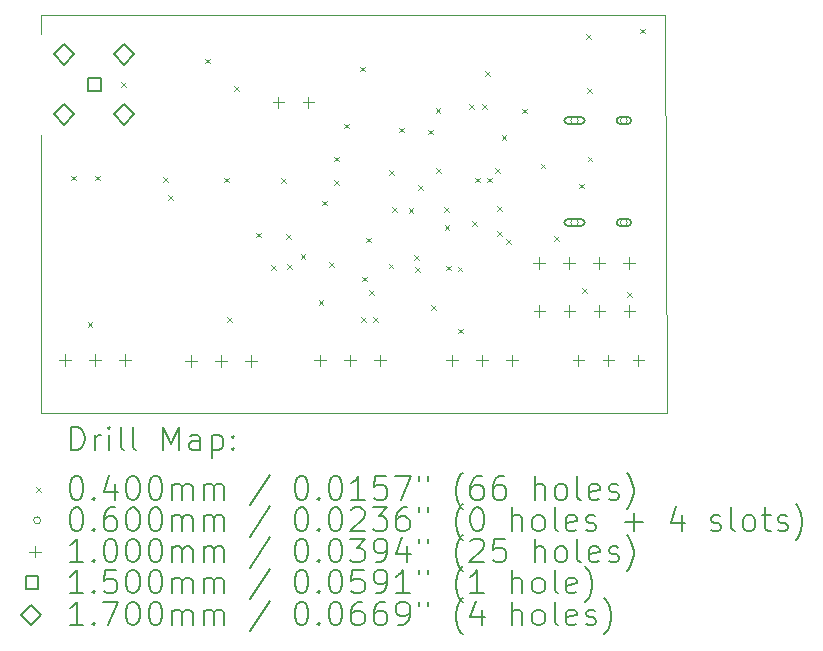
<source format=gbr>
%TF.GenerationSoftware,KiCad,Pcbnew,(6.0.7)*%
%TF.CreationDate,2022-11-19T04:13:58-05:00*%
%TF.ProjectId,picopilotv1,7069636f-7069-46c6-9f74-76312e6b6963,rev?*%
%TF.SameCoordinates,Original*%
%TF.FileFunction,Drillmap*%
%TF.FilePolarity,Positive*%
%FSLAX45Y45*%
G04 Gerber Fmt 4.5, Leading zero omitted, Abs format (unit mm)*
G04 Created by KiCad (PCBNEW (6.0.7)) date 2022-11-19 04:13:58*
%MOMM*%
%LPD*%
G01*
G04 APERTURE LIST*
%ADD10C,0.100000*%
%ADD11C,0.200000*%
%ADD12C,0.040000*%
%ADD13C,0.060000*%
%ADD14C,0.150000*%
%ADD15C,0.170000*%
G04 APERTURE END LIST*
D10*
X8585200Y-8178800D02*
X13868400Y-8178800D01*
X13878560Y-11544300D02*
X13868400Y-8178800D01*
X8585200Y-11544300D02*
X13878560Y-11544300D01*
X8585200Y-8178800D02*
X8583700Y-8333000D01*
X8583700Y-9193000D02*
X8585200Y-11544300D01*
D11*
D12*
X8839520Y-9535480D02*
X8879520Y-9575480D01*
X8879520Y-9535480D02*
X8839520Y-9575480D01*
X8976680Y-10773010D02*
X9016680Y-10813010D01*
X9016680Y-10773010D02*
X8976680Y-10813010D01*
X9042720Y-9535480D02*
X9082720Y-9575480D01*
X9082720Y-9535480D02*
X9042720Y-9575480D01*
X9261160Y-8743000D02*
X9301160Y-8783000D01*
X9301160Y-8743000D02*
X9261160Y-8783000D01*
X9615590Y-9545640D02*
X9655590Y-9585640D01*
X9655590Y-9545640D02*
X9615590Y-9585640D01*
X9657400Y-9698040D02*
X9697400Y-9738040D01*
X9697400Y-9698040D02*
X9657400Y-9738040D01*
X9972360Y-8544880D02*
X10012360Y-8584880D01*
X10012360Y-8544880D02*
X9972360Y-8584880D01*
X10129840Y-9550720D02*
X10169840Y-9590720D01*
X10169840Y-9550720D02*
X10129840Y-9590720D01*
X10155240Y-10733010D02*
X10195240Y-10773010D01*
X10195240Y-10733010D02*
X10155240Y-10773010D01*
X10216200Y-8778560D02*
X10256200Y-8818560D01*
X10256200Y-8778560D02*
X10216200Y-8818560D01*
X10404160Y-10018080D02*
X10444160Y-10058080D01*
X10444160Y-10018080D02*
X10404160Y-10058080D01*
X10531160Y-10292400D02*
X10571160Y-10332400D01*
X10571160Y-10292400D02*
X10531160Y-10332400D01*
X10612440Y-9555800D02*
X10652440Y-9595800D01*
X10652440Y-9555800D02*
X10612440Y-9595800D01*
X10658160Y-10028240D02*
X10698160Y-10068240D01*
X10698160Y-10028240D02*
X10658160Y-10068240D01*
X10664578Y-10285982D02*
X10704578Y-10325982D01*
X10704578Y-10285982D02*
X10664578Y-10325982D01*
X10780080Y-10200960D02*
X10820080Y-10240960D01*
X10820080Y-10200960D02*
X10780080Y-10240960D01*
X10932480Y-10587040D02*
X10972480Y-10627040D01*
X10972480Y-10587040D02*
X10932480Y-10627040D01*
X10961150Y-9747030D02*
X11001150Y-9787030D01*
X11001150Y-9747030D02*
X10961150Y-9787030D01*
X11020722Y-10267868D02*
X11060722Y-10307868D01*
X11060722Y-10267868D02*
X11020722Y-10307868D01*
X11064560Y-9372920D02*
X11104560Y-9412920D01*
X11104560Y-9372920D02*
X11064560Y-9412920D01*
X11064560Y-9571040D02*
X11104560Y-9611040D01*
X11104560Y-9571040D02*
X11064560Y-9611040D01*
X11145840Y-9093520D02*
X11185840Y-9133520D01*
X11185840Y-9093520D02*
X11145840Y-9133520D01*
X11283000Y-8610920D02*
X11323000Y-8650920D01*
X11323000Y-8610920D02*
X11283000Y-8650920D01*
X11293160Y-10733010D02*
X11333160Y-10773010D01*
X11333160Y-10733010D02*
X11293160Y-10773010D01*
X11303320Y-10388920D02*
X11343320Y-10428920D01*
X11343320Y-10388920D02*
X11303320Y-10428920D01*
X11333800Y-10058720D02*
X11373800Y-10098720D01*
X11373800Y-10058720D02*
X11333800Y-10098720D01*
X11359200Y-10505000D02*
X11399200Y-10545000D01*
X11399200Y-10505000D02*
X11359200Y-10545000D01*
X11394350Y-10733010D02*
X11434350Y-10773010D01*
X11434350Y-10733010D02*
X11394350Y-10773010D01*
X11524300Y-10279700D02*
X11564300Y-10319700D01*
X11564300Y-10279700D02*
X11524300Y-10319700D01*
X11531920Y-9489760D02*
X11571920Y-9529760D01*
X11571920Y-9489760D02*
X11531920Y-9529760D01*
X11555982Y-9803382D02*
X11595982Y-9843382D01*
X11595982Y-9803382D02*
X11555982Y-9843382D01*
X11613200Y-9129080D02*
X11653200Y-9169080D01*
X11653200Y-9129080D02*
X11613200Y-9169080D01*
X11694480Y-9809800D02*
X11734480Y-9849800D01*
X11734480Y-9809800D02*
X11694480Y-9849800D01*
X11742298Y-10209844D02*
X11782298Y-10249844D01*
X11782298Y-10209844D02*
X11742298Y-10249844D01*
X11751454Y-10309374D02*
X11791454Y-10349374D01*
X11791454Y-10309374D02*
X11751454Y-10349374D01*
X11773653Y-9614610D02*
X11813653Y-9654610D01*
X11813653Y-9614610D02*
X11773653Y-9654610D01*
X11862120Y-9144320D02*
X11902120Y-9184320D01*
X11902120Y-9144320D02*
X11862120Y-9184320D01*
X11882440Y-10632760D02*
X11922440Y-10672760D01*
X11922440Y-10632760D02*
X11882440Y-10672760D01*
X11923080Y-8961440D02*
X11963080Y-9001440D01*
X11963080Y-8961440D02*
X11923080Y-9001440D01*
X11928160Y-9469440D02*
X11968160Y-9509440D01*
X11968160Y-9469440D02*
X11928160Y-9509440D01*
X11994200Y-9799640D02*
X12034200Y-9839640D01*
X12034200Y-9799640D02*
X11994200Y-9839640D01*
X11999280Y-9952040D02*
X12039280Y-9992040D01*
X12039280Y-9952040D02*
X11999280Y-9992040D01*
X12009440Y-10297480D02*
X12049440Y-10337480D01*
X12049440Y-10297480D02*
X12009440Y-10337480D01*
X12109128Y-10304715D02*
X12149128Y-10344715D01*
X12149128Y-10304715D02*
X12109128Y-10344715D01*
X12116120Y-10830880D02*
X12156120Y-10870880D01*
X12156120Y-10830880D02*
X12116120Y-10870880D01*
X12207560Y-8930960D02*
X12247560Y-8970960D01*
X12247560Y-8930960D02*
X12207560Y-8970960D01*
X12232960Y-9921560D02*
X12272960Y-9961560D01*
X12272960Y-9921560D02*
X12232960Y-9961560D01*
X12258360Y-9550720D02*
X12298360Y-9590720D01*
X12298360Y-9550720D02*
X12258360Y-9590720D01*
X12314240Y-8930960D02*
X12354240Y-8970960D01*
X12354240Y-8930960D02*
X12314240Y-8970960D01*
X12344720Y-8651560D02*
X12384720Y-8691560D01*
X12384720Y-8651560D02*
X12344720Y-8691560D01*
X12358310Y-9550720D02*
X12398310Y-9590720D01*
X12398310Y-9550720D02*
X12358310Y-9590720D01*
X12427338Y-9470778D02*
X12467338Y-9510778D01*
X12467338Y-9470778D02*
X12427338Y-9510778D01*
X12441240Y-9794560D02*
X12481240Y-9834560D01*
X12481240Y-9794560D02*
X12441240Y-9834560D01*
X12446320Y-10002840D02*
X12486320Y-10042840D01*
X12486320Y-10002840D02*
X12446320Y-10042840D01*
X12481880Y-9190040D02*
X12521880Y-9230040D01*
X12521880Y-9190040D02*
X12481880Y-9230040D01*
X12516995Y-10073516D02*
X12556995Y-10113516D01*
X12556995Y-10073516D02*
X12516995Y-10113516D01*
X12654600Y-8966520D02*
X12694600Y-9006520D01*
X12694600Y-8966520D02*
X12654600Y-9006520D01*
X12812080Y-9433880D02*
X12852080Y-9473880D01*
X12852080Y-9433880D02*
X12812080Y-9473880D01*
X12923840Y-10048560D02*
X12963840Y-10088560D01*
X12963840Y-10048560D02*
X12923840Y-10088560D01*
X13137200Y-9601520D02*
X13177200Y-9641520D01*
X13177200Y-9601520D02*
X13137200Y-9641520D01*
X13162600Y-10488710D02*
X13202600Y-10528710D01*
X13202600Y-10488710D02*
X13162600Y-10528710D01*
X13198160Y-8336600D02*
X13238160Y-8376600D01*
X13238160Y-8336600D02*
X13198160Y-8376600D01*
X13203240Y-8793800D02*
X13243240Y-8833800D01*
X13243240Y-8793800D02*
X13203240Y-8833800D01*
X13209700Y-9374300D02*
X13249700Y-9414300D01*
X13249700Y-9374300D02*
X13209700Y-9414300D01*
X13543600Y-10521000D02*
X13583600Y-10561000D01*
X13583600Y-10521000D02*
X13543600Y-10561000D01*
X13655360Y-8290880D02*
X13695360Y-8330880D01*
X13695360Y-8290880D02*
X13655360Y-8330880D01*
D13*
X13128200Y-9067600D02*
G75*
G03*
X13128200Y-9067600I-30000J0D01*
G01*
D11*
X13043200Y-9097600D02*
X13153200Y-9097600D01*
X13043200Y-9037600D02*
X13153200Y-9037600D01*
X13153200Y-9097600D02*
G75*
G03*
X13153200Y-9037600I0J30000D01*
G01*
X13043200Y-9037600D02*
G75*
G03*
X13043200Y-9097600I0J-30000D01*
G01*
D13*
X13128200Y-9931600D02*
G75*
G03*
X13128200Y-9931600I-30000J0D01*
G01*
D11*
X13043200Y-9961600D02*
X13153200Y-9961600D01*
X13043200Y-9901600D02*
X13153200Y-9901600D01*
X13153200Y-9961600D02*
G75*
G03*
X13153200Y-9901600I0J30000D01*
G01*
X13043200Y-9901600D02*
G75*
G03*
X13043200Y-9961600I0J-30000D01*
G01*
D13*
X13546200Y-9067600D02*
G75*
G03*
X13546200Y-9067600I-30000J0D01*
G01*
D11*
X13486200Y-9097600D02*
X13546200Y-9097600D01*
X13486200Y-9037600D02*
X13546200Y-9037600D01*
X13546200Y-9097600D02*
G75*
G03*
X13546200Y-9037600I0J30000D01*
G01*
X13486200Y-9037600D02*
G75*
G03*
X13486200Y-9097600I0J-30000D01*
G01*
D13*
X13546200Y-9931600D02*
G75*
G03*
X13546200Y-9931600I-30000J0D01*
G01*
D11*
X13486200Y-9961600D02*
X13546200Y-9961600D01*
X13486200Y-9901600D02*
X13546200Y-9901600D01*
X13546200Y-9961600D02*
G75*
G03*
X13546200Y-9901600I0J30000D01*
G01*
X13486200Y-9901600D02*
G75*
G03*
X13486200Y-9961600I0J-30000D01*
G01*
D10*
X8786900Y-11044100D02*
X8786900Y-11144100D01*
X8736900Y-11094100D02*
X8836900Y-11094100D01*
X9040900Y-11044100D02*
X9040900Y-11144100D01*
X8990900Y-11094100D02*
X9090900Y-11094100D01*
X9294900Y-11044100D02*
X9294900Y-11144100D01*
X9244900Y-11094100D02*
X9344900Y-11094100D01*
X9853700Y-11056800D02*
X9853700Y-11156800D01*
X9803700Y-11106800D02*
X9903700Y-11106800D01*
X10107700Y-11056800D02*
X10107700Y-11156800D01*
X10057700Y-11106800D02*
X10157700Y-11106800D01*
X10361700Y-11056800D02*
X10361700Y-11156800D01*
X10311700Y-11106800D02*
X10411700Y-11106800D01*
X10591800Y-8865400D02*
X10591800Y-8965400D01*
X10541800Y-8915400D02*
X10641800Y-8915400D01*
X10845800Y-8865400D02*
X10845800Y-8965400D01*
X10795800Y-8915400D02*
X10895800Y-8915400D01*
X10945900Y-11049800D02*
X10945900Y-11149800D01*
X10895900Y-11099800D02*
X10995900Y-11099800D01*
X11199900Y-11049800D02*
X11199900Y-11149800D01*
X11149900Y-11099800D02*
X11249900Y-11099800D01*
X11453900Y-11049800D02*
X11453900Y-11149800D01*
X11403900Y-11099800D02*
X11503900Y-11099800D01*
X12063500Y-11049800D02*
X12063500Y-11149800D01*
X12013500Y-11099800D02*
X12113500Y-11099800D01*
X12317500Y-11049800D02*
X12317500Y-11149800D01*
X12267500Y-11099800D02*
X12367500Y-11099800D01*
X12571500Y-11049800D02*
X12571500Y-11149800D01*
X12521500Y-11099800D02*
X12621500Y-11099800D01*
X12800600Y-10224300D02*
X12800600Y-10324300D01*
X12750600Y-10274300D02*
X12850600Y-10274300D01*
X12801600Y-10630700D02*
X12801600Y-10730700D01*
X12751600Y-10680700D02*
X12851600Y-10680700D01*
X13054600Y-10224300D02*
X13054600Y-10324300D01*
X13004600Y-10274300D02*
X13104600Y-10274300D01*
X13055600Y-10630700D02*
X13055600Y-10730700D01*
X13005600Y-10680700D02*
X13105600Y-10680700D01*
X13131800Y-11049800D02*
X13131800Y-11149800D01*
X13081800Y-11099800D02*
X13181800Y-11099800D01*
X13308600Y-10224300D02*
X13308600Y-10324300D01*
X13258600Y-10274300D02*
X13358600Y-10274300D01*
X13309600Y-10630700D02*
X13309600Y-10730700D01*
X13259600Y-10680700D02*
X13359600Y-10680700D01*
X13385800Y-11049800D02*
X13385800Y-11149800D01*
X13335800Y-11099800D02*
X13435800Y-11099800D01*
X13562600Y-10224300D02*
X13562600Y-10324300D01*
X13512600Y-10274300D02*
X13612600Y-10274300D01*
X13563600Y-10630700D02*
X13563600Y-10730700D01*
X13513600Y-10680700D02*
X13613600Y-10680700D01*
X13639800Y-11049800D02*
X13639800Y-11149800D01*
X13589800Y-11099800D02*
X13689800Y-11099800D01*
D14*
X9086734Y-8816034D02*
X9086734Y-8709967D01*
X8980667Y-8709967D01*
X8980667Y-8816034D01*
X9086734Y-8816034D01*
D15*
X8779700Y-8594000D02*
X8864700Y-8509000D01*
X8779700Y-8424000D01*
X8694700Y-8509000D01*
X8779700Y-8594000D01*
X8779700Y-9102000D02*
X8864700Y-9017000D01*
X8779700Y-8932000D01*
X8694700Y-9017000D01*
X8779700Y-9102000D01*
X9287700Y-8594000D02*
X9372700Y-8509000D01*
X9287700Y-8424000D01*
X9202700Y-8509000D01*
X9287700Y-8594000D01*
X9287700Y-9102000D02*
X9372700Y-9017000D01*
X9287700Y-8932000D01*
X9202700Y-9017000D01*
X9287700Y-9102000D01*
D11*
X8836319Y-11859776D02*
X8836319Y-11659776D01*
X8883938Y-11659776D01*
X8912510Y-11669300D01*
X8931557Y-11688348D01*
X8941081Y-11707395D01*
X8950605Y-11745490D01*
X8950605Y-11774062D01*
X8941081Y-11812157D01*
X8931557Y-11831205D01*
X8912510Y-11850252D01*
X8883938Y-11859776D01*
X8836319Y-11859776D01*
X9036319Y-11859776D02*
X9036319Y-11726443D01*
X9036319Y-11764538D02*
X9045843Y-11745490D01*
X9055367Y-11735967D01*
X9074414Y-11726443D01*
X9093462Y-11726443D01*
X9160129Y-11859776D02*
X9160129Y-11726443D01*
X9160129Y-11659776D02*
X9150605Y-11669300D01*
X9160129Y-11678824D01*
X9169652Y-11669300D01*
X9160129Y-11659776D01*
X9160129Y-11678824D01*
X9283938Y-11859776D02*
X9264890Y-11850252D01*
X9255367Y-11831205D01*
X9255367Y-11659776D01*
X9388700Y-11859776D02*
X9369652Y-11850252D01*
X9360129Y-11831205D01*
X9360129Y-11659776D01*
X9617271Y-11859776D02*
X9617271Y-11659776D01*
X9683938Y-11802633D01*
X9750605Y-11659776D01*
X9750605Y-11859776D01*
X9931557Y-11859776D02*
X9931557Y-11755014D01*
X9922033Y-11735967D01*
X9902986Y-11726443D01*
X9864890Y-11726443D01*
X9845843Y-11735967D01*
X9931557Y-11850252D02*
X9912510Y-11859776D01*
X9864890Y-11859776D01*
X9845843Y-11850252D01*
X9836319Y-11831205D01*
X9836319Y-11812157D01*
X9845843Y-11793109D01*
X9864890Y-11783586D01*
X9912510Y-11783586D01*
X9931557Y-11774062D01*
X10026795Y-11726443D02*
X10026795Y-11926443D01*
X10026795Y-11735967D02*
X10045843Y-11726443D01*
X10083938Y-11726443D01*
X10102986Y-11735967D01*
X10112510Y-11745490D01*
X10122033Y-11764538D01*
X10122033Y-11821681D01*
X10112510Y-11840728D01*
X10102986Y-11850252D01*
X10083938Y-11859776D01*
X10045843Y-11859776D01*
X10026795Y-11850252D01*
X10207748Y-11840728D02*
X10217271Y-11850252D01*
X10207748Y-11859776D01*
X10198224Y-11850252D01*
X10207748Y-11840728D01*
X10207748Y-11859776D01*
X10207748Y-11735967D02*
X10217271Y-11745490D01*
X10207748Y-11755014D01*
X10198224Y-11745490D01*
X10207748Y-11735967D01*
X10207748Y-11755014D01*
D12*
X8538700Y-12169300D02*
X8578700Y-12209300D01*
X8578700Y-12169300D02*
X8538700Y-12209300D01*
D11*
X8874414Y-12079776D02*
X8893462Y-12079776D01*
X8912510Y-12089300D01*
X8922033Y-12098824D01*
X8931557Y-12117871D01*
X8941081Y-12155967D01*
X8941081Y-12203586D01*
X8931557Y-12241681D01*
X8922033Y-12260728D01*
X8912510Y-12270252D01*
X8893462Y-12279776D01*
X8874414Y-12279776D01*
X8855367Y-12270252D01*
X8845843Y-12260728D01*
X8836319Y-12241681D01*
X8826795Y-12203586D01*
X8826795Y-12155967D01*
X8836319Y-12117871D01*
X8845843Y-12098824D01*
X8855367Y-12089300D01*
X8874414Y-12079776D01*
X9026795Y-12260728D02*
X9036319Y-12270252D01*
X9026795Y-12279776D01*
X9017271Y-12270252D01*
X9026795Y-12260728D01*
X9026795Y-12279776D01*
X9207748Y-12146443D02*
X9207748Y-12279776D01*
X9160129Y-12070252D02*
X9112510Y-12213109D01*
X9236319Y-12213109D01*
X9350605Y-12079776D02*
X9369652Y-12079776D01*
X9388700Y-12089300D01*
X9398224Y-12098824D01*
X9407748Y-12117871D01*
X9417271Y-12155967D01*
X9417271Y-12203586D01*
X9407748Y-12241681D01*
X9398224Y-12260728D01*
X9388700Y-12270252D01*
X9369652Y-12279776D01*
X9350605Y-12279776D01*
X9331557Y-12270252D01*
X9322033Y-12260728D01*
X9312510Y-12241681D01*
X9302986Y-12203586D01*
X9302986Y-12155967D01*
X9312510Y-12117871D01*
X9322033Y-12098824D01*
X9331557Y-12089300D01*
X9350605Y-12079776D01*
X9541081Y-12079776D02*
X9560129Y-12079776D01*
X9579176Y-12089300D01*
X9588700Y-12098824D01*
X9598224Y-12117871D01*
X9607748Y-12155967D01*
X9607748Y-12203586D01*
X9598224Y-12241681D01*
X9588700Y-12260728D01*
X9579176Y-12270252D01*
X9560129Y-12279776D01*
X9541081Y-12279776D01*
X9522033Y-12270252D01*
X9512510Y-12260728D01*
X9502986Y-12241681D01*
X9493462Y-12203586D01*
X9493462Y-12155967D01*
X9502986Y-12117871D01*
X9512510Y-12098824D01*
X9522033Y-12089300D01*
X9541081Y-12079776D01*
X9693462Y-12279776D02*
X9693462Y-12146443D01*
X9693462Y-12165490D02*
X9702986Y-12155967D01*
X9722033Y-12146443D01*
X9750605Y-12146443D01*
X9769652Y-12155967D01*
X9779176Y-12175014D01*
X9779176Y-12279776D01*
X9779176Y-12175014D02*
X9788700Y-12155967D01*
X9807748Y-12146443D01*
X9836319Y-12146443D01*
X9855367Y-12155967D01*
X9864890Y-12175014D01*
X9864890Y-12279776D01*
X9960129Y-12279776D02*
X9960129Y-12146443D01*
X9960129Y-12165490D02*
X9969652Y-12155967D01*
X9988700Y-12146443D01*
X10017271Y-12146443D01*
X10036319Y-12155967D01*
X10045843Y-12175014D01*
X10045843Y-12279776D01*
X10045843Y-12175014D02*
X10055367Y-12155967D01*
X10074414Y-12146443D01*
X10102986Y-12146443D01*
X10122033Y-12155967D01*
X10131557Y-12175014D01*
X10131557Y-12279776D01*
X10522033Y-12070252D02*
X10350605Y-12327395D01*
X10779176Y-12079776D02*
X10798224Y-12079776D01*
X10817271Y-12089300D01*
X10826795Y-12098824D01*
X10836319Y-12117871D01*
X10845843Y-12155967D01*
X10845843Y-12203586D01*
X10836319Y-12241681D01*
X10826795Y-12260728D01*
X10817271Y-12270252D01*
X10798224Y-12279776D01*
X10779176Y-12279776D01*
X10760129Y-12270252D01*
X10750605Y-12260728D01*
X10741081Y-12241681D01*
X10731557Y-12203586D01*
X10731557Y-12155967D01*
X10741081Y-12117871D01*
X10750605Y-12098824D01*
X10760129Y-12089300D01*
X10779176Y-12079776D01*
X10931557Y-12260728D02*
X10941081Y-12270252D01*
X10931557Y-12279776D01*
X10922033Y-12270252D01*
X10931557Y-12260728D01*
X10931557Y-12279776D01*
X11064890Y-12079776D02*
X11083938Y-12079776D01*
X11102986Y-12089300D01*
X11112510Y-12098824D01*
X11122033Y-12117871D01*
X11131557Y-12155967D01*
X11131557Y-12203586D01*
X11122033Y-12241681D01*
X11112510Y-12260728D01*
X11102986Y-12270252D01*
X11083938Y-12279776D01*
X11064890Y-12279776D01*
X11045843Y-12270252D01*
X11036319Y-12260728D01*
X11026795Y-12241681D01*
X11017271Y-12203586D01*
X11017271Y-12155967D01*
X11026795Y-12117871D01*
X11036319Y-12098824D01*
X11045843Y-12089300D01*
X11064890Y-12079776D01*
X11322033Y-12279776D02*
X11207748Y-12279776D01*
X11264890Y-12279776D02*
X11264890Y-12079776D01*
X11245843Y-12108348D01*
X11226795Y-12127395D01*
X11207748Y-12136919D01*
X11502986Y-12079776D02*
X11407748Y-12079776D01*
X11398224Y-12175014D01*
X11407748Y-12165490D01*
X11426795Y-12155967D01*
X11474414Y-12155967D01*
X11493462Y-12165490D01*
X11502986Y-12175014D01*
X11512509Y-12194062D01*
X11512509Y-12241681D01*
X11502986Y-12260728D01*
X11493462Y-12270252D01*
X11474414Y-12279776D01*
X11426795Y-12279776D01*
X11407748Y-12270252D01*
X11398224Y-12260728D01*
X11579176Y-12079776D02*
X11712509Y-12079776D01*
X11626795Y-12279776D01*
X11779176Y-12079776D02*
X11779176Y-12117871D01*
X11855367Y-12079776D02*
X11855367Y-12117871D01*
X12150605Y-12355967D02*
X12141081Y-12346443D01*
X12122033Y-12317871D01*
X12112509Y-12298824D01*
X12102986Y-12270252D01*
X12093462Y-12222633D01*
X12093462Y-12184538D01*
X12102986Y-12136919D01*
X12112509Y-12108348D01*
X12122033Y-12089300D01*
X12141081Y-12060728D01*
X12150605Y-12051205D01*
X12312509Y-12079776D02*
X12274414Y-12079776D01*
X12255367Y-12089300D01*
X12245843Y-12098824D01*
X12226795Y-12127395D01*
X12217271Y-12165490D01*
X12217271Y-12241681D01*
X12226795Y-12260728D01*
X12236319Y-12270252D01*
X12255367Y-12279776D01*
X12293462Y-12279776D01*
X12312509Y-12270252D01*
X12322033Y-12260728D01*
X12331557Y-12241681D01*
X12331557Y-12194062D01*
X12322033Y-12175014D01*
X12312509Y-12165490D01*
X12293462Y-12155967D01*
X12255367Y-12155967D01*
X12236319Y-12165490D01*
X12226795Y-12175014D01*
X12217271Y-12194062D01*
X12502986Y-12079776D02*
X12464890Y-12079776D01*
X12445843Y-12089300D01*
X12436319Y-12098824D01*
X12417271Y-12127395D01*
X12407748Y-12165490D01*
X12407748Y-12241681D01*
X12417271Y-12260728D01*
X12426795Y-12270252D01*
X12445843Y-12279776D01*
X12483938Y-12279776D01*
X12502986Y-12270252D01*
X12512509Y-12260728D01*
X12522033Y-12241681D01*
X12522033Y-12194062D01*
X12512509Y-12175014D01*
X12502986Y-12165490D01*
X12483938Y-12155967D01*
X12445843Y-12155967D01*
X12426795Y-12165490D01*
X12417271Y-12175014D01*
X12407748Y-12194062D01*
X12760128Y-12279776D02*
X12760128Y-12079776D01*
X12845843Y-12279776D02*
X12845843Y-12175014D01*
X12836319Y-12155967D01*
X12817271Y-12146443D01*
X12788700Y-12146443D01*
X12769652Y-12155967D01*
X12760128Y-12165490D01*
X12969652Y-12279776D02*
X12950605Y-12270252D01*
X12941081Y-12260728D01*
X12931557Y-12241681D01*
X12931557Y-12184538D01*
X12941081Y-12165490D01*
X12950605Y-12155967D01*
X12969652Y-12146443D01*
X12998224Y-12146443D01*
X13017271Y-12155967D01*
X13026795Y-12165490D01*
X13036319Y-12184538D01*
X13036319Y-12241681D01*
X13026795Y-12260728D01*
X13017271Y-12270252D01*
X12998224Y-12279776D01*
X12969652Y-12279776D01*
X13150605Y-12279776D02*
X13131557Y-12270252D01*
X13122033Y-12251205D01*
X13122033Y-12079776D01*
X13302986Y-12270252D02*
X13283938Y-12279776D01*
X13245843Y-12279776D01*
X13226795Y-12270252D01*
X13217271Y-12251205D01*
X13217271Y-12175014D01*
X13226795Y-12155967D01*
X13245843Y-12146443D01*
X13283938Y-12146443D01*
X13302986Y-12155967D01*
X13312509Y-12175014D01*
X13312509Y-12194062D01*
X13217271Y-12213109D01*
X13388700Y-12270252D02*
X13407748Y-12279776D01*
X13445843Y-12279776D01*
X13464890Y-12270252D01*
X13474414Y-12251205D01*
X13474414Y-12241681D01*
X13464890Y-12222633D01*
X13445843Y-12213109D01*
X13417271Y-12213109D01*
X13398224Y-12203586D01*
X13388700Y-12184538D01*
X13388700Y-12175014D01*
X13398224Y-12155967D01*
X13417271Y-12146443D01*
X13445843Y-12146443D01*
X13464890Y-12155967D01*
X13541081Y-12355967D02*
X13550605Y-12346443D01*
X13569652Y-12317871D01*
X13579176Y-12298824D01*
X13588700Y-12270252D01*
X13598224Y-12222633D01*
X13598224Y-12184538D01*
X13588700Y-12136919D01*
X13579176Y-12108348D01*
X13569652Y-12089300D01*
X13550605Y-12060728D01*
X13541081Y-12051205D01*
D13*
X8578700Y-12453300D02*
G75*
G03*
X8578700Y-12453300I-30000J0D01*
G01*
D11*
X8874414Y-12343776D02*
X8893462Y-12343776D01*
X8912510Y-12353300D01*
X8922033Y-12362824D01*
X8931557Y-12381871D01*
X8941081Y-12419967D01*
X8941081Y-12467586D01*
X8931557Y-12505681D01*
X8922033Y-12524728D01*
X8912510Y-12534252D01*
X8893462Y-12543776D01*
X8874414Y-12543776D01*
X8855367Y-12534252D01*
X8845843Y-12524728D01*
X8836319Y-12505681D01*
X8826795Y-12467586D01*
X8826795Y-12419967D01*
X8836319Y-12381871D01*
X8845843Y-12362824D01*
X8855367Y-12353300D01*
X8874414Y-12343776D01*
X9026795Y-12524728D02*
X9036319Y-12534252D01*
X9026795Y-12543776D01*
X9017271Y-12534252D01*
X9026795Y-12524728D01*
X9026795Y-12543776D01*
X9207748Y-12343776D02*
X9169652Y-12343776D01*
X9150605Y-12353300D01*
X9141081Y-12362824D01*
X9122033Y-12391395D01*
X9112510Y-12429490D01*
X9112510Y-12505681D01*
X9122033Y-12524728D01*
X9131557Y-12534252D01*
X9150605Y-12543776D01*
X9188700Y-12543776D01*
X9207748Y-12534252D01*
X9217271Y-12524728D01*
X9226795Y-12505681D01*
X9226795Y-12458062D01*
X9217271Y-12439014D01*
X9207748Y-12429490D01*
X9188700Y-12419967D01*
X9150605Y-12419967D01*
X9131557Y-12429490D01*
X9122033Y-12439014D01*
X9112510Y-12458062D01*
X9350605Y-12343776D02*
X9369652Y-12343776D01*
X9388700Y-12353300D01*
X9398224Y-12362824D01*
X9407748Y-12381871D01*
X9417271Y-12419967D01*
X9417271Y-12467586D01*
X9407748Y-12505681D01*
X9398224Y-12524728D01*
X9388700Y-12534252D01*
X9369652Y-12543776D01*
X9350605Y-12543776D01*
X9331557Y-12534252D01*
X9322033Y-12524728D01*
X9312510Y-12505681D01*
X9302986Y-12467586D01*
X9302986Y-12419967D01*
X9312510Y-12381871D01*
X9322033Y-12362824D01*
X9331557Y-12353300D01*
X9350605Y-12343776D01*
X9541081Y-12343776D02*
X9560129Y-12343776D01*
X9579176Y-12353300D01*
X9588700Y-12362824D01*
X9598224Y-12381871D01*
X9607748Y-12419967D01*
X9607748Y-12467586D01*
X9598224Y-12505681D01*
X9588700Y-12524728D01*
X9579176Y-12534252D01*
X9560129Y-12543776D01*
X9541081Y-12543776D01*
X9522033Y-12534252D01*
X9512510Y-12524728D01*
X9502986Y-12505681D01*
X9493462Y-12467586D01*
X9493462Y-12419967D01*
X9502986Y-12381871D01*
X9512510Y-12362824D01*
X9522033Y-12353300D01*
X9541081Y-12343776D01*
X9693462Y-12543776D02*
X9693462Y-12410443D01*
X9693462Y-12429490D02*
X9702986Y-12419967D01*
X9722033Y-12410443D01*
X9750605Y-12410443D01*
X9769652Y-12419967D01*
X9779176Y-12439014D01*
X9779176Y-12543776D01*
X9779176Y-12439014D02*
X9788700Y-12419967D01*
X9807748Y-12410443D01*
X9836319Y-12410443D01*
X9855367Y-12419967D01*
X9864890Y-12439014D01*
X9864890Y-12543776D01*
X9960129Y-12543776D02*
X9960129Y-12410443D01*
X9960129Y-12429490D02*
X9969652Y-12419967D01*
X9988700Y-12410443D01*
X10017271Y-12410443D01*
X10036319Y-12419967D01*
X10045843Y-12439014D01*
X10045843Y-12543776D01*
X10045843Y-12439014D02*
X10055367Y-12419967D01*
X10074414Y-12410443D01*
X10102986Y-12410443D01*
X10122033Y-12419967D01*
X10131557Y-12439014D01*
X10131557Y-12543776D01*
X10522033Y-12334252D02*
X10350605Y-12591395D01*
X10779176Y-12343776D02*
X10798224Y-12343776D01*
X10817271Y-12353300D01*
X10826795Y-12362824D01*
X10836319Y-12381871D01*
X10845843Y-12419967D01*
X10845843Y-12467586D01*
X10836319Y-12505681D01*
X10826795Y-12524728D01*
X10817271Y-12534252D01*
X10798224Y-12543776D01*
X10779176Y-12543776D01*
X10760129Y-12534252D01*
X10750605Y-12524728D01*
X10741081Y-12505681D01*
X10731557Y-12467586D01*
X10731557Y-12419967D01*
X10741081Y-12381871D01*
X10750605Y-12362824D01*
X10760129Y-12353300D01*
X10779176Y-12343776D01*
X10931557Y-12524728D02*
X10941081Y-12534252D01*
X10931557Y-12543776D01*
X10922033Y-12534252D01*
X10931557Y-12524728D01*
X10931557Y-12543776D01*
X11064890Y-12343776D02*
X11083938Y-12343776D01*
X11102986Y-12353300D01*
X11112510Y-12362824D01*
X11122033Y-12381871D01*
X11131557Y-12419967D01*
X11131557Y-12467586D01*
X11122033Y-12505681D01*
X11112510Y-12524728D01*
X11102986Y-12534252D01*
X11083938Y-12543776D01*
X11064890Y-12543776D01*
X11045843Y-12534252D01*
X11036319Y-12524728D01*
X11026795Y-12505681D01*
X11017271Y-12467586D01*
X11017271Y-12419967D01*
X11026795Y-12381871D01*
X11036319Y-12362824D01*
X11045843Y-12353300D01*
X11064890Y-12343776D01*
X11207748Y-12362824D02*
X11217271Y-12353300D01*
X11236319Y-12343776D01*
X11283938Y-12343776D01*
X11302986Y-12353300D01*
X11312509Y-12362824D01*
X11322033Y-12381871D01*
X11322033Y-12400919D01*
X11312509Y-12429490D01*
X11198224Y-12543776D01*
X11322033Y-12543776D01*
X11388700Y-12343776D02*
X11512509Y-12343776D01*
X11445843Y-12419967D01*
X11474414Y-12419967D01*
X11493462Y-12429490D01*
X11502986Y-12439014D01*
X11512509Y-12458062D01*
X11512509Y-12505681D01*
X11502986Y-12524728D01*
X11493462Y-12534252D01*
X11474414Y-12543776D01*
X11417271Y-12543776D01*
X11398224Y-12534252D01*
X11388700Y-12524728D01*
X11683938Y-12343776D02*
X11645843Y-12343776D01*
X11626795Y-12353300D01*
X11617271Y-12362824D01*
X11598224Y-12391395D01*
X11588700Y-12429490D01*
X11588700Y-12505681D01*
X11598224Y-12524728D01*
X11607748Y-12534252D01*
X11626795Y-12543776D01*
X11664890Y-12543776D01*
X11683938Y-12534252D01*
X11693462Y-12524728D01*
X11702986Y-12505681D01*
X11702986Y-12458062D01*
X11693462Y-12439014D01*
X11683938Y-12429490D01*
X11664890Y-12419967D01*
X11626795Y-12419967D01*
X11607748Y-12429490D01*
X11598224Y-12439014D01*
X11588700Y-12458062D01*
X11779176Y-12343776D02*
X11779176Y-12381871D01*
X11855367Y-12343776D02*
X11855367Y-12381871D01*
X12150605Y-12619967D02*
X12141081Y-12610443D01*
X12122033Y-12581871D01*
X12112509Y-12562824D01*
X12102986Y-12534252D01*
X12093462Y-12486633D01*
X12093462Y-12448538D01*
X12102986Y-12400919D01*
X12112509Y-12372348D01*
X12122033Y-12353300D01*
X12141081Y-12324728D01*
X12150605Y-12315205D01*
X12264890Y-12343776D02*
X12283938Y-12343776D01*
X12302986Y-12353300D01*
X12312509Y-12362824D01*
X12322033Y-12381871D01*
X12331557Y-12419967D01*
X12331557Y-12467586D01*
X12322033Y-12505681D01*
X12312509Y-12524728D01*
X12302986Y-12534252D01*
X12283938Y-12543776D01*
X12264890Y-12543776D01*
X12245843Y-12534252D01*
X12236319Y-12524728D01*
X12226795Y-12505681D01*
X12217271Y-12467586D01*
X12217271Y-12419967D01*
X12226795Y-12381871D01*
X12236319Y-12362824D01*
X12245843Y-12353300D01*
X12264890Y-12343776D01*
X12569652Y-12543776D02*
X12569652Y-12343776D01*
X12655367Y-12543776D02*
X12655367Y-12439014D01*
X12645843Y-12419967D01*
X12626795Y-12410443D01*
X12598224Y-12410443D01*
X12579176Y-12419967D01*
X12569652Y-12429490D01*
X12779176Y-12543776D02*
X12760128Y-12534252D01*
X12750605Y-12524728D01*
X12741081Y-12505681D01*
X12741081Y-12448538D01*
X12750605Y-12429490D01*
X12760128Y-12419967D01*
X12779176Y-12410443D01*
X12807748Y-12410443D01*
X12826795Y-12419967D01*
X12836319Y-12429490D01*
X12845843Y-12448538D01*
X12845843Y-12505681D01*
X12836319Y-12524728D01*
X12826795Y-12534252D01*
X12807748Y-12543776D01*
X12779176Y-12543776D01*
X12960128Y-12543776D02*
X12941081Y-12534252D01*
X12931557Y-12515205D01*
X12931557Y-12343776D01*
X13112509Y-12534252D02*
X13093462Y-12543776D01*
X13055367Y-12543776D01*
X13036319Y-12534252D01*
X13026795Y-12515205D01*
X13026795Y-12439014D01*
X13036319Y-12419967D01*
X13055367Y-12410443D01*
X13093462Y-12410443D01*
X13112509Y-12419967D01*
X13122033Y-12439014D01*
X13122033Y-12458062D01*
X13026795Y-12477109D01*
X13198224Y-12534252D02*
X13217271Y-12543776D01*
X13255367Y-12543776D01*
X13274414Y-12534252D01*
X13283938Y-12515205D01*
X13283938Y-12505681D01*
X13274414Y-12486633D01*
X13255367Y-12477109D01*
X13226795Y-12477109D01*
X13207748Y-12467586D01*
X13198224Y-12448538D01*
X13198224Y-12439014D01*
X13207748Y-12419967D01*
X13226795Y-12410443D01*
X13255367Y-12410443D01*
X13274414Y-12419967D01*
X13522033Y-12467586D02*
X13674414Y-12467586D01*
X13598224Y-12543776D02*
X13598224Y-12391395D01*
X14007748Y-12410443D02*
X14007748Y-12543776D01*
X13960128Y-12334252D02*
X13912509Y-12477109D01*
X14036319Y-12477109D01*
X14255367Y-12534252D02*
X14274414Y-12543776D01*
X14312509Y-12543776D01*
X14331557Y-12534252D01*
X14341081Y-12515205D01*
X14341081Y-12505681D01*
X14331557Y-12486633D01*
X14312509Y-12477109D01*
X14283938Y-12477109D01*
X14264890Y-12467586D01*
X14255367Y-12448538D01*
X14255367Y-12439014D01*
X14264890Y-12419967D01*
X14283938Y-12410443D01*
X14312509Y-12410443D01*
X14331557Y-12419967D01*
X14455367Y-12543776D02*
X14436319Y-12534252D01*
X14426795Y-12515205D01*
X14426795Y-12343776D01*
X14560128Y-12543776D02*
X14541081Y-12534252D01*
X14531557Y-12524728D01*
X14522033Y-12505681D01*
X14522033Y-12448538D01*
X14531557Y-12429490D01*
X14541081Y-12419967D01*
X14560128Y-12410443D01*
X14588700Y-12410443D01*
X14607748Y-12419967D01*
X14617271Y-12429490D01*
X14626795Y-12448538D01*
X14626795Y-12505681D01*
X14617271Y-12524728D01*
X14607748Y-12534252D01*
X14588700Y-12543776D01*
X14560128Y-12543776D01*
X14683938Y-12410443D02*
X14760128Y-12410443D01*
X14712509Y-12343776D02*
X14712509Y-12515205D01*
X14722033Y-12534252D01*
X14741081Y-12543776D01*
X14760128Y-12543776D01*
X14817271Y-12534252D02*
X14836319Y-12543776D01*
X14874414Y-12543776D01*
X14893462Y-12534252D01*
X14902986Y-12515205D01*
X14902986Y-12505681D01*
X14893462Y-12486633D01*
X14874414Y-12477109D01*
X14845843Y-12477109D01*
X14826795Y-12467586D01*
X14817271Y-12448538D01*
X14817271Y-12439014D01*
X14826795Y-12419967D01*
X14845843Y-12410443D01*
X14874414Y-12410443D01*
X14893462Y-12419967D01*
X14969652Y-12619967D02*
X14979176Y-12610443D01*
X14998224Y-12581871D01*
X15007748Y-12562824D01*
X15017271Y-12534252D01*
X15026795Y-12486633D01*
X15026795Y-12448538D01*
X15017271Y-12400919D01*
X15007748Y-12372348D01*
X14998224Y-12353300D01*
X14979176Y-12324728D01*
X14969652Y-12315205D01*
D10*
X8528700Y-12667300D02*
X8528700Y-12767300D01*
X8478700Y-12717300D02*
X8578700Y-12717300D01*
D11*
X8941081Y-12807776D02*
X8826795Y-12807776D01*
X8883938Y-12807776D02*
X8883938Y-12607776D01*
X8864890Y-12636348D01*
X8845843Y-12655395D01*
X8826795Y-12664919D01*
X9026795Y-12788728D02*
X9036319Y-12798252D01*
X9026795Y-12807776D01*
X9017271Y-12798252D01*
X9026795Y-12788728D01*
X9026795Y-12807776D01*
X9160129Y-12607776D02*
X9179176Y-12607776D01*
X9198224Y-12617300D01*
X9207748Y-12626824D01*
X9217271Y-12645871D01*
X9226795Y-12683967D01*
X9226795Y-12731586D01*
X9217271Y-12769681D01*
X9207748Y-12788728D01*
X9198224Y-12798252D01*
X9179176Y-12807776D01*
X9160129Y-12807776D01*
X9141081Y-12798252D01*
X9131557Y-12788728D01*
X9122033Y-12769681D01*
X9112510Y-12731586D01*
X9112510Y-12683967D01*
X9122033Y-12645871D01*
X9131557Y-12626824D01*
X9141081Y-12617300D01*
X9160129Y-12607776D01*
X9350605Y-12607776D02*
X9369652Y-12607776D01*
X9388700Y-12617300D01*
X9398224Y-12626824D01*
X9407748Y-12645871D01*
X9417271Y-12683967D01*
X9417271Y-12731586D01*
X9407748Y-12769681D01*
X9398224Y-12788728D01*
X9388700Y-12798252D01*
X9369652Y-12807776D01*
X9350605Y-12807776D01*
X9331557Y-12798252D01*
X9322033Y-12788728D01*
X9312510Y-12769681D01*
X9302986Y-12731586D01*
X9302986Y-12683967D01*
X9312510Y-12645871D01*
X9322033Y-12626824D01*
X9331557Y-12617300D01*
X9350605Y-12607776D01*
X9541081Y-12607776D02*
X9560129Y-12607776D01*
X9579176Y-12617300D01*
X9588700Y-12626824D01*
X9598224Y-12645871D01*
X9607748Y-12683967D01*
X9607748Y-12731586D01*
X9598224Y-12769681D01*
X9588700Y-12788728D01*
X9579176Y-12798252D01*
X9560129Y-12807776D01*
X9541081Y-12807776D01*
X9522033Y-12798252D01*
X9512510Y-12788728D01*
X9502986Y-12769681D01*
X9493462Y-12731586D01*
X9493462Y-12683967D01*
X9502986Y-12645871D01*
X9512510Y-12626824D01*
X9522033Y-12617300D01*
X9541081Y-12607776D01*
X9693462Y-12807776D02*
X9693462Y-12674443D01*
X9693462Y-12693490D02*
X9702986Y-12683967D01*
X9722033Y-12674443D01*
X9750605Y-12674443D01*
X9769652Y-12683967D01*
X9779176Y-12703014D01*
X9779176Y-12807776D01*
X9779176Y-12703014D02*
X9788700Y-12683967D01*
X9807748Y-12674443D01*
X9836319Y-12674443D01*
X9855367Y-12683967D01*
X9864890Y-12703014D01*
X9864890Y-12807776D01*
X9960129Y-12807776D02*
X9960129Y-12674443D01*
X9960129Y-12693490D02*
X9969652Y-12683967D01*
X9988700Y-12674443D01*
X10017271Y-12674443D01*
X10036319Y-12683967D01*
X10045843Y-12703014D01*
X10045843Y-12807776D01*
X10045843Y-12703014D02*
X10055367Y-12683967D01*
X10074414Y-12674443D01*
X10102986Y-12674443D01*
X10122033Y-12683967D01*
X10131557Y-12703014D01*
X10131557Y-12807776D01*
X10522033Y-12598252D02*
X10350605Y-12855395D01*
X10779176Y-12607776D02*
X10798224Y-12607776D01*
X10817271Y-12617300D01*
X10826795Y-12626824D01*
X10836319Y-12645871D01*
X10845843Y-12683967D01*
X10845843Y-12731586D01*
X10836319Y-12769681D01*
X10826795Y-12788728D01*
X10817271Y-12798252D01*
X10798224Y-12807776D01*
X10779176Y-12807776D01*
X10760129Y-12798252D01*
X10750605Y-12788728D01*
X10741081Y-12769681D01*
X10731557Y-12731586D01*
X10731557Y-12683967D01*
X10741081Y-12645871D01*
X10750605Y-12626824D01*
X10760129Y-12617300D01*
X10779176Y-12607776D01*
X10931557Y-12788728D02*
X10941081Y-12798252D01*
X10931557Y-12807776D01*
X10922033Y-12798252D01*
X10931557Y-12788728D01*
X10931557Y-12807776D01*
X11064890Y-12607776D02*
X11083938Y-12607776D01*
X11102986Y-12617300D01*
X11112510Y-12626824D01*
X11122033Y-12645871D01*
X11131557Y-12683967D01*
X11131557Y-12731586D01*
X11122033Y-12769681D01*
X11112510Y-12788728D01*
X11102986Y-12798252D01*
X11083938Y-12807776D01*
X11064890Y-12807776D01*
X11045843Y-12798252D01*
X11036319Y-12788728D01*
X11026795Y-12769681D01*
X11017271Y-12731586D01*
X11017271Y-12683967D01*
X11026795Y-12645871D01*
X11036319Y-12626824D01*
X11045843Y-12617300D01*
X11064890Y-12607776D01*
X11198224Y-12607776D02*
X11322033Y-12607776D01*
X11255367Y-12683967D01*
X11283938Y-12683967D01*
X11302986Y-12693490D01*
X11312509Y-12703014D01*
X11322033Y-12722062D01*
X11322033Y-12769681D01*
X11312509Y-12788728D01*
X11302986Y-12798252D01*
X11283938Y-12807776D01*
X11226795Y-12807776D01*
X11207748Y-12798252D01*
X11198224Y-12788728D01*
X11417271Y-12807776D02*
X11455367Y-12807776D01*
X11474414Y-12798252D01*
X11483938Y-12788728D01*
X11502986Y-12760157D01*
X11512509Y-12722062D01*
X11512509Y-12645871D01*
X11502986Y-12626824D01*
X11493462Y-12617300D01*
X11474414Y-12607776D01*
X11436319Y-12607776D01*
X11417271Y-12617300D01*
X11407748Y-12626824D01*
X11398224Y-12645871D01*
X11398224Y-12693490D01*
X11407748Y-12712538D01*
X11417271Y-12722062D01*
X11436319Y-12731586D01*
X11474414Y-12731586D01*
X11493462Y-12722062D01*
X11502986Y-12712538D01*
X11512509Y-12693490D01*
X11683938Y-12674443D02*
X11683938Y-12807776D01*
X11636319Y-12598252D02*
X11588700Y-12741109D01*
X11712509Y-12741109D01*
X11779176Y-12607776D02*
X11779176Y-12645871D01*
X11855367Y-12607776D02*
X11855367Y-12645871D01*
X12150605Y-12883967D02*
X12141081Y-12874443D01*
X12122033Y-12845871D01*
X12112509Y-12826824D01*
X12102986Y-12798252D01*
X12093462Y-12750633D01*
X12093462Y-12712538D01*
X12102986Y-12664919D01*
X12112509Y-12636348D01*
X12122033Y-12617300D01*
X12141081Y-12588728D01*
X12150605Y-12579205D01*
X12217271Y-12626824D02*
X12226795Y-12617300D01*
X12245843Y-12607776D01*
X12293462Y-12607776D01*
X12312509Y-12617300D01*
X12322033Y-12626824D01*
X12331557Y-12645871D01*
X12331557Y-12664919D01*
X12322033Y-12693490D01*
X12207748Y-12807776D01*
X12331557Y-12807776D01*
X12512509Y-12607776D02*
X12417271Y-12607776D01*
X12407748Y-12703014D01*
X12417271Y-12693490D01*
X12436319Y-12683967D01*
X12483938Y-12683967D01*
X12502986Y-12693490D01*
X12512509Y-12703014D01*
X12522033Y-12722062D01*
X12522033Y-12769681D01*
X12512509Y-12788728D01*
X12502986Y-12798252D01*
X12483938Y-12807776D01*
X12436319Y-12807776D01*
X12417271Y-12798252D01*
X12407748Y-12788728D01*
X12760128Y-12807776D02*
X12760128Y-12607776D01*
X12845843Y-12807776D02*
X12845843Y-12703014D01*
X12836319Y-12683967D01*
X12817271Y-12674443D01*
X12788700Y-12674443D01*
X12769652Y-12683967D01*
X12760128Y-12693490D01*
X12969652Y-12807776D02*
X12950605Y-12798252D01*
X12941081Y-12788728D01*
X12931557Y-12769681D01*
X12931557Y-12712538D01*
X12941081Y-12693490D01*
X12950605Y-12683967D01*
X12969652Y-12674443D01*
X12998224Y-12674443D01*
X13017271Y-12683967D01*
X13026795Y-12693490D01*
X13036319Y-12712538D01*
X13036319Y-12769681D01*
X13026795Y-12788728D01*
X13017271Y-12798252D01*
X12998224Y-12807776D01*
X12969652Y-12807776D01*
X13150605Y-12807776D02*
X13131557Y-12798252D01*
X13122033Y-12779205D01*
X13122033Y-12607776D01*
X13302986Y-12798252D02*
X13283938Y-12807776D01*
X13245843Y-12807776D01*
X13226795Y-12798252D01*
X13217271Y-12779205D01*
X13217271Y-12703014D01*
X13226795Y-12683967D01*
X13245843Y-12674443D01*
X13283938Y-12674443D01*
X13302986Y-12683967D01*
X13312509Y-12703014D01*
X13312509Y-12722062D01*
X13217271Y-12741109D01*
X13388700Y-12798252D02*
X13407748Y-12807776D01*
X13445843Y-12807776D01*
X13464890Y-12798252D01*
X13474414Y-12779205D01*
X13474414Y-12769681D01*
X13464890Y-12750633D01*
X13445843Y-12741109D01*
X13417271Y-12741109D01*
X13398224Y-12731586D01*
X13388700Y-12712538D01*
X13388700Y-12703014D01*
X13398224Y-12683967D01*
X13417271Y-12674443D01*
X13445843Y-12674443D01*
X13464890Y-12683967D01*
X13541081Y-12883967D02*
X13550605Y-12874443D01*
X13569652Y-12845871D01*
X13579176Y-12826824D01*
X13588700Y-12798252D01*
X13598224Y-12750633D01*
X13598224Y-12712538D01*
X13588700Y-12664919D01*
X13579176Y-12636348D01*
X13569652Y-12617300D01*
X13550605Y-12588728D01*
X13541081Y-12579205D01*
D14*
X8556734Y-13034333D02*
X8556734Y-12928266D01*
X8450667Y-12928266D01*
X8450667Y-13034333D01*
X8556734Y-13034333D01*
D11*
X8941081Y-13071776D02*
X8826795Y-13071776D01*
X8883938Y-13071776D02*
X8883938Y-12871776D01*
X8864890Y-12900348D01*
X8845843Y-12919395D01*
X8826795Y-12928919D01*
X9026795Y-13052728D02*
X9036319Y-13062252D01*
X9026795Y-13071776D01*
X9017271Y-13062252D01*
X9026795Y-13052728D01*
X9026795Y-13071776D01*
X9217271Y-12871776D02*
X9122033Y-12871776D01*
X9112510Y-12967014D01*
X9122033Y-12957490D01*
X9141081Y-12947967D01*
X9188700Y-12947967D01*
X9207748Y-12957490D01*
X9217271Y-12967014D01*
X9226795Y-12986062D01*
X9226795Y-13033681D01*
X9217271Y-13052728D01*
X9207748Y-13062252D01*
X9188700Y-13071776D01*
X9141081Y-13071776D01*
X9122033Y-13062252D01*
X9112510Y-13052728D01*
X9350605Y-12871776D02*
X9369652Y-12871776D01*
X9388700Y-12881300D01*
X9398224Y-12890824D01*
X9407748Y-12909871D01*
X9417271Y-12947967D01*
X9417271Y-12995586D01*
X9407748Y-13033681D01*
X9398224Y-13052728D01*
X9388700Y-13062252D01*
X9369652Y-13071776D01*
X9350605Y-13071776D01*
X9331557Y-13062252D01*
X9322033Y-13052728D01*
X9312510Y-13033681D01*
X9302986Y-12995586D01*
X9302986Y-12947967D01*
X9312510Y-12909871D01*
X9322033Y-12890824D01*
X9331557Y-12881300D01*
X9350605Y-12871776D01*
X9541081Y-12871776D02*
X9560129Y-12871776D01*
X9579176Y-12881300D01*
X9588700Y-12890824D01*
X9598224Y-12909871D01*
X9607748Y-12947967D01*
X9607748Y-12995586D01*
X9598224Y-13033681D01*
X9588700Y-13052728D01*
X9579176Y-13062252D01*
X9560129Y-13071776D01*
X9541081Y-13071776D01*
X9522033Y-13062252D01*
X9512510Y-13052728D01*
X9502986Y-13033681D01*
X9493462Y-12995586D01*
X9493462Y-12947967D01*
X9502986Y-12909871D01*
X9512510Y-12890824D01*
X9522033Y-12881300D01*
X9541081Y-12871776D01*
X9693462Y-13071776D02*
X9693462Y-12938443D01*
X9693462Y-12957490D02*
X9702986Y-12947967D01*
X9722033Y-12938443D01*
X9750605Y-12938443D01*
X9769652Y-12947967D01*
X9779176Y-12967014D01*
X9779176Y-13071776D01*
X9779176Y-12967014D02*
X9788700Y-12947967D01*
X9807748Y-12938443D01*
X9836319Y-12938443D01*
X9855367Y-12947967D01*
X9864890Y-12967014D01*
X9864890Y-13071776D01*
X9960129Y-13071776D02*
X9960129Y-12938443D01*
X9960129Y-12957490D02*
X9969652Y-12947967D01*
X9988700Y-12938443D01*
X10017271Y-12938443D01*
X10036319Y-12947967D01*
X10045843Y-12967014D01*
X10045843Y-13071776D01*
X10045843Y-12967014D02*
X10055367Y-12947967D01*
X10074414Y-12938443D01*
X10102986Y-12938443D01*
X10122033Y-12947967D01*
X10131557Y-12967014D01*
X10131557Y-13071776D01*
X10522033Y-12862252D02*
X10350605Y-13119395D01*
X10779176Y-12871776D02*
X10798224Y-12871776D01*
X10817271Y-12881300D01*
X10826795Y-12890824D01*
X10836319Y-12909871D01*
X10845843Y-12947967D01*
X10845843Y-12995586D01*
X10836319Y-13033681D01*
X10826795Y-13052728D01*
X10817271Y-13062252D01*
X10798224Y-13071776D01*
X10779176Y-13071776D01*
X10760129Y-13062252D01*
X10750605Y-13052728D01*
X10741081Y-13033681D01*
X10731557Y-12995586D01*
X10731557Y-12947967D01*
X10741081Y-12909871D01*
X10750605Y-12890824D01*
X10760129Y-12881300D01*
X10779176Y-12871776D01*
X10931557Y-13052728D02*
X10941081Y-13062252D01*
X10931557Y-13071776D01*
X10922033Y-13062252D01*
X10931557Y-13052728D01*
X10931557Y-13071776D01*
X11064890Y-12871776D02*
X11083938Y-12871776D01*
X11102986Y-12881300D01*
X11112510Y-12890824D01*
X11122033Y-12909871D01*
X11131557Y-12947967D01*
X11131557Y-12995586D01*
X11122033Y-13033681D01*
X11112510Y-13052728D01*
X11102986Y-13062252D01*
X11083938Y-13071776D01*
X11064890Y-13071776D01*
X11045843Y-13062252D01*
X11036319Y-13052728D01*
X11026795Y-13033681D01*
X11017271Y-12995586D01*
X11017271Y-12947967D01*
X11026795Y-12909871D01*
X11036319Y-12890824D01*
X11045843Y-12881300D01*
X11064890Y-12871776D01*
X11312509Y-12871776D02*
X11217271Y-12871776D01*
X11207748Y-12967014D01*
X11217271Y-12957490D01*
X11236319Y-12947967D01*
X11283938Y-12947967D01*
X11302986Y-12957490D01*
X11312509Y-12967014D01*
X11322033Y-12986062D01*
X11322033Y-13033681D01*
X11312509Y-13052728D01*
X11302986Y-13062252D01*
X11283938Y-13071776D01*
X11236319Y-13071776D01*
X11217271Y-13062252D01*
X11207748Y-13052728D01*
X11417271Y-13071776D02*
X11455367Y-13071776D01*
X11474414Y-13062252D01*
X11483938Y-13052728D01*
X11502986Y-13024157D01*
X11512509Y-12986062D01*
X11512509Y-12909871D01*
X11502986Y-12890824D01*
X11493462Y-12881300D01*
X11474414Y-12871776D01*
X11436319Y-12871776D01*
X11417271Y-12881300D01*
X11407748Y-12890824D01*
X11398224Y-12909871D01*
X11398224Y-12957490D01*
X11407748Y-12976538D01*
X11417271Y-12986062D01*
X11436319Y-12995586D01*
X11474414Y-12995586D01*
X11493462Y-12986062D01*
X11502986Y-12976538D01*
X11512509Y-12957490D01*
X11702986Y-13071776D02*
X11588700Y-13071776D01*
X11645843Y-13071776D02*
X11645843Y-12871776D01*
X11626795Y-12900348D01*
X11607748Y-12919395D01*
X11588700Y-12928919D01*
X11779176Y-12871776D02*
X11779176Y-12909871D01*
X11855367Y-12871776D02*
X11855367Y-12909871D01*
X12150605Y-13147967D02*
X12141081Y-13138443D01*
X12122033Y-13109871D01*
X12112509Y-13090824D01*
X12102986Y-13062252D01*
X12093462Y-13014633D01*
X12093462Y-12976538D01*
X12102986Y-12928919D01*
X12112509Y-12900348D01*
X12122033Y-12881300D01*
X12141081Y-12852728D01*
X12150605Y-12843205D01*
X12331557Y-13071776D02*
X12217271Y-13071776D01*
X12274414Y-13071776D02*
X12274414Y-12871776D01*
X12255367Y-12900348D01*
X12236319Y-12919395D01*
X12217271Y-12928919D01*
X12569652Y-13071776D02*
X12569652Y-12871776D01*
X12655367Y-13071776D02*
X12655367Y-12967014D01*
X12645843Y-12947967D01*
X12626795Y-12938443D01*
X12598224Y-12938443D01*
X12579176Y-12947967D01*
X12569652Y-12957490D01*
X12779176Y-13071776D02*
X12760128Y-13062252D01*
X12750605Y-13052728D01*
X12741081Y-13033681D01*
X12741081Y-12976538D01*
X12750605Y-12957490D01*
X12760128Y-12947967D01*
X12779176Y-12938443D01*
X12807748Y-12938443D01*
X12826795Y-12947967D01*
X12836319Y-12957490D01*
X12845843Y-12976538D01*
X12845843Y-13033681D01*
X12836319Y-13052728D01*
X12826795Y-13062252D01*
X12807748Y-13071776D01*
X12779176Y-13071776D01*
X12960128Y-13071776D02*
X12941081Y-13062252D01*
X12931557Y-13043205D01*
X12931557Y-12871776D01*
X13112509Y-13062252D02*
X13093462Y-13071776D01*
X13055367Y-13071776D01*
X13036319Y-13062252D01*
X13026795Y-13043205D01*
X13026795Y-12967014D01*
X13036319Y-12947967D01*
X13055367Y-12938443D01*
X13093462Y-12938443D01*
X13112509Y-12947967D01*
X13122033Y-12967014D01*
X13122033Y-12986062D01*
X13026795Y-13005109D01*
X13188700Y-13147967D02*
X13198224Y-13138443D01*
X13217271Y-13109871D01*
X13226795Y-13090824D01*
X13236319Y-13062252D01*
X13245843Y-13014633D01*
X13245843Y-12976538D01*
X13236319Y-12928919D01*
X13226795Y-12900348D01*
X13217271Y-12881300D01*
X13198224Y-12852728D01*
X13188700Y-12843205D01*
D15*
X8493700Y-13336300D02*
X8578700Y-13251300D01*
X8493700Y-13166300D01*
X8408700Y-13251300D01*
X8493700Y-13336300D01*
D11*
X8941081Y-13341776D02*
X8826795Y-13341776D01*
X8883938Y-13341776D02*
X8883938Y-13141776D01*
X8864890Y-13170348D01*
X8845843Y-13189395D01*
X8826795Y-13198919D01*
X9026795Y-13322728D02*
X9036319Y-13332252D01*
X9026795Y-13341776D01*
X9017271Y-13332252D01*
X9026795Y-13322728D01*
X9026795Y-13341776D01*
X9102986Y-13141776D02*
X9236319Y-13141776D01*
X9150605Y-13341776D01*
X9350605Y-13141776D02*
X9369652Y-13141776D01*
X9388700Y-13151300D01*
X9398224Y-13160824D01*
X9407748Y-13179871D01*
X9417271Y-13217967D01*
X9417271Y-13265586D01*
X9407748Y-13303681D01*
X9398224Y-13322728D01*
X9388700Y-13332252D01*
X9369652Y-13341776D01*
X9350605Y-13341776D01*
X9331557Y-13332252D01*
X9322033Y-13322728D01*
X9312510Y-13303681D01*
X9302986Y-13265586D01*
X9302986Y-13217967D01*
X9312510Y-13179871D01*
X9322033Y-13160824D01*
X9331557Y-13151300D01*
X9350605Y-13141776D01*
X9541081Y-13141776D02*
X9560129Y-13141776D01*
X9579176Y-13151300D01*
X9588700Y-13160824D01*
X9598224Y-13179871D01*
X9607748Y-13217967D01*
X9607748Y-13265586D01*
X9598224Y-13303681D01*
X9588700Y-13322728D01*
X9579176Y-13332252D01*
X9560129Y-13341776D01*
X9541081Y-13341776D01*
X9522033Y-13332252D01*
X9512510Y-13322728D01*
X9502986Y-13303681D01*
X9493462Y-13265586D01*
X9493462Y-13217967D01*
X9502986Y-13179871D01*
X9512510Y-13160824D01*
X9522033Y-13151300D01*
X9541081Y-13141776D01*
X9693462Y-13341776D02*
X9693462Y-13208443D01*
X9693462Y-13227490D02*
X9702986Y-13217967D01*
X9722033Y-13208443D01*
X9750605Y-13208443D01*
X9769652Y-13217967D01*
X9779176Y-13237014D01*
X9779176Y-13341776D01*
X9779176Y-13237014D02*
X9788700Y-13217967D01*
X9807748Y-13208443D01*
X9836319Y-13208443D01*
X9855367Y-13217967D01*
X9864890Y-13237014D01*
X9864890Y-13341776D01*
X9960129Y-13341776D02*
X9960129Y-13208443D01*
X9960129Y-13227490D02*
X9969652Y-13217967D01*
X9988700Y-13208443D01*
X10017271Y-13208443D01*
X10036319Y-13217967D01*
X10045843Y-13237014D01*
X10045843Y-13341776D01*
X10045843Y-13237014D02*
X10055367Y-13217967D01*
X10074414Y-13208443D01*
X10102986Y-13208443D01*
X10122033Y-13217967D01*
X10131557Y-13237014D01*
X10131557Y-13341776D01*
X10522033Y-13132252D02*
X10350605Y-13389395D01*
X10779176Y-13141776D02*
X10798224Y-13141776D01*
X10817271Y-13151300D01*
X10826795Y-13160824D01*
X10836319Y-13179871D01*
X10845843Y-13217967D01*
X10845843Y-13265586D01*
X10836319Y-13303681D01*
X10826795Y-13322728D01*
X10817271Y-13332252D01*
X10798224Y-13341776D01*
X10779176Y-13341776D01*
X10760129Y-13332252D01*
X10750605Y-13322728D01*
X10741081Y-13303681D01*
X10731557Y-13265586D01*
X10731557Y-13217967D01*
X10741081Y-13179871D01*
X10750605Y-13160824D01*
X10760129Y-13151300D01*
X10779176Y-13141776D01*
X10931557Y-13322728D02*
X10941081Y-13332252D01*
X10931557Y-13341776D01*
X10922033Y-13332252D01*
X10931557Y-13322728D01*
X10931557Y-13341776D01*
X11064890Y-13141776D02*
X11083938Y-13141776D01*
X11102986Y-13151300D01*
X11112510Y-13160824D01*
X11122033Y-13179871D01*
X11131557Y-13217967D01*
X11131557Y-13265586D01*
X11122033Y-13303681D01*
X11112510Y-13322728D01*
X11102986Y-13332252D01*
X11083938Y-13341776D01*
X11064890Y-13341776D01*
X11045843Y-13332252D01*
X11036319Y-13322728D01*
X11026795Y-13303681D01*
X11017271Y-13265586D01*
X11017271Y-13217967D01*
X11026795Y-13179871D01*
X11036319Y-13160824D01*
X11045843Y-13151300D01*
X11064890Y-13141776D01*
X11302986Y-13141776D02*
X11264890Y-13141776D01*
X11245843Y-13151300D01*
X11236319Y-13160824D01*
X11217271Y-13189395D01*
X11207748Y-13227490D01*
X11207748Y-13303681D01*
X11217271Y-13322728D01*
X11226795Y-13332252D01*
X11245843Y-13341776D01*
X11283938Y-13341776D01*
X11302986Y-13332252D01*
X11312509Y-13322728D01*
X11322033Y-13303681D01*
X11322033Y-13256062D01*
X11312509Y-13237014D01*
X11302986Y-13227490D01*
X11283938Y-13217967D01*
X11245843Y-13217967D01*
X11226795Y-13227490D01*
X11217271Y-13237014D01*
X11207748Y-13256062D01*
X11493462Y-13141776D02*
X11455367Y-13141776D01*
X11436319Y-13151300D01*
X11426795Y-13160824D01*
X11407748Y-13189395D01*
X11398224Y-13227490D01*
X11398224Y-13303681D01*
X11407748Y-13322728D01*
X11417271Y-13332252D01*
X11436319Y-13341776D01*
X11474414Y-13341776D01*
X11493462Y-13332252D01*
X11502986Y-13322728D01*
X11512509Y-13303681D01*
X11512509Y-13256062D01*
X11502986Y-13237014D01*
X11493462Y-13227490D01*
X11474414Y-13217967D01*
X11436319Y-13217967D01*
X11417271Y-13227490D01*
X11407748Y-13237014D01*
X11398224Y-13256062D01*
X11607748Y-13341776D02*
X11645843Y-13341776D01*
X11664890Y-13332252D01*
X11674414Y-13322728D01*
X11693462Y-13294157D01*
X11702986Y-13256062D01*
X11702986Y-13179871D01*
X11693462Y-13160824D01*
X11683938Y-13151300D01*
X11664890Y-13141776D01*
X11626795Y-13141776D01*
X11607748Y-13151300D01*
X11598224Y-13160824D01*
X11588700Y-13179871D01*
X11588700Y-13227490D01*
X11598224Y-13246538D01*
X11607748Y-13256062D01*
X11626795Y-13265586D01*
X11664890Y-13265586D01*
X11683938Y-13256062D01*
X11693462Y-13246538D01*
X11702986Y-13227490D01*
X11779176Y-13141776D02*
X11779176Y-13179871D01*
X11855367Y-13141776D02*
X11855367Y-13179871D01*
X12150605Y-13417967D02*
X12141081Y-13408443D01*
X12122033Y-13379871D01*
X12112509Y-13360824D01*
X12102986Y-13332252D01*
X12093462Y-13284633D01*
X12093462Y-13246538D01*
X12102986Y-13198919D01*
X12112509Y-13170348D01*
X12122033Y-13151300D01*
X12141081Y-13122728D01*
X12150605Y-13113205D01*
X12312509Y-13208443D02*
X12312509Y-13341776D01*
X12264890Y-13132252D02*
X12217271Y-13275109D01*
X12341081Y-13275109D01*
X12569652Y-13341776D02*
X12569652Y-13141776D01*
X12655367Y-13341776D02*
X12655367Y-13237014D01*
X12645843Y-13217967D01*
X12626795Y-13208443D01*
X12598224Y-13208443D01*
X12579176Y-13217967D01*
X12569652Y-13227490D01*
X12779176Y-13341776D02*
X12760128Y-13332252D01*
X12750605Y-13322728D01*
X12741081Y-13303681D01*
X12741081Y-13246538D01*
X12750605Y-13227490D01*
X12760128Y-13217967D01*
X12779176Y-13208443D01*
X12807748Y-13208443D01*
X12826795Y-13217967D01*
X12836319Y-13227490D01*
X12845843Y-13246538D01*
X12845843Y-13303681D01*
X12836319Y-13322728D01*
X12826795Y-13332252D01*
X12807748Y-13341776D01*
X12779176Y-13341776D01*
X12960128Y-13341776D02*
X12941081Y-13332252D01*
X12931557Y-13313205D01*
X12931557Y-13141776D01*
X13112509Y-13332252D02*
X13093462Y-13341776D01*
X13055367Y-13341776D01*
X13036319Y-13332252D01*
X13026795Y-13313205D01*
X13026795Y-13237014D01*
X13036319Y-13217967D01*
X13055367Y-13208443D01*
X13093462Y-13208443D01*
X13112509Y-13217967D01*
X13122033Y-13237014D01*
X13122033Y-13256062D01*
X13026795Y-13275109D01*
X13198224Y-13332252D02*
X13217271Y-13341776D01*
X13255367Y-13341776D01*
X13274414Y-13332252D01*
X13283938Y-13313205D01*
X13283938Y-13303681D01*
X13274414Y-13284633D01*
X13255367Y-13275109D01*
X13226795Y-13275109D01*
X13207748Y-13265586D01*
X13198224Y-13246538D01*
X13198224Y-13237014D01*
X13207748Y-13217967D01*
X13226795Y-13208443D01*
X13255367Y-13208443D01*
X13274414Y-13217967D01*
X13350605Y-13417967D02*
X13360128Y-13408443D01*
X13379176Y-13379871D01*
X13388700Y-13360824D01*
X13398224Y-13332252D01*
X13407748Y-13284633D01*
X13407748Y-13246538D01*
X13398224Y-13198919D01*
X13388700Y-13170348D01*
X13379176Y-13151300D01*
X13360128Y-13122728D01*
X13350605Y-13113205D01*
M02*

</source>
